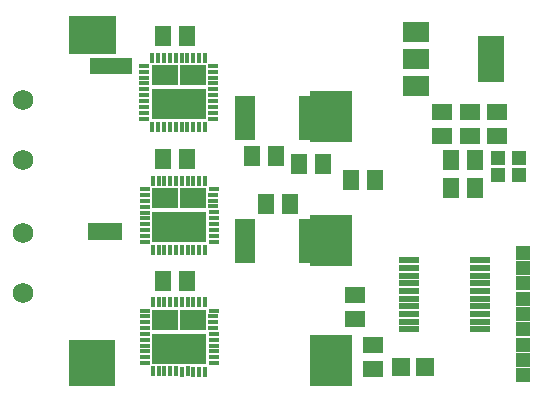
<source format=gts>
G04 Layer: TopSolderMaskLayer*
G04 EasyEDA v5.9.41, Mon, 04 Feb 2019 09:10:30 GMT*
G04 f7da754788ad4d128d84d1fb51d08027*
G04 Gerber Generator version 0.2*
G04 Scale: 100 percent, Rotated: No, Reflected: No *
G04 Dimensions in millimeters *
G04 leading zeros omitted , absolute positions ,3 integer and 3 decimal *
%FSLAX33Y33*%
%MOMM*%
G90*
G71D02*

%ADD49R,1.803400X3.703320*%
%ADD50R,1.363218X1.673098*%
%ADD51R,0.453212X0.903224*%
%ADD52R,0.903224X0.453212*%
%ADD53R,4.603191X2.603246*%
%ADD54R,2.203196X1.703197*%
%ADD55R,1.673098X1.363218*%
%ADD56R,1.303198X1.203198*%
%ADD57R,1.503680X1.602740*%
%ADD58R,1.203198X1.203198*%
%ADD59R,1.696720X0.603199*%
%ADD60C,1.727200*%
%ADD61R,2.203196X4.003192*%

%LPD*%
G54D49*
G01X14965Y12296D03*
G01X20366Y12296D03*
G01X14965Y22710D03*
G01X20366Y22710D03*
G54D50*
G01X10005Y29651D03*
G01X7973Y29651D03*
G54D51*
G01X7105Y21940D03*
G01X7608Y21944D03*
G01X8105Y21946D03*
G01X8589Y21940D03*
G01X9084Y21943D03*
G01X9572Y21936D03*
G01X10068Y21939D03*
G01X10552Y21932D03*
G01X11065Y21927D03*
G01X11571Y21932D03*
G01X7107Y27804D03*
G01X7610Y27809D03*
G01X8106Y27811D03*
G01X8590Y27805D03*
G01X9085Y27806D03*
G01X9573Y27801D03*
G01X10070Y27804D03*
G01X10553Y27797D03*
G01X11068Y27791D03*
G01X11571Y27797D03*
G54D52*
G01X12255Y26606D03*
G01X12257Y27092D03*
G01X12254Y25623D03*
G01X12255Y26109D03*
G01X12259Y24630D03*
G01X12260Y25116D03*
G01X12258Y23647D03*
G01X12259Y24135D03*
G01X12259Y22646D03*
G01X12260Y23134D03*
G01X6416Y26600D03*
G01X6418Y27086D03*
G01X6415Y25617D03*
G01X6416Y26103D03*
G01X6420Y24624D03*
G01X6421Y25110D03*
G01X6418Y23642D03*
G01X6421Y24127D03*
G01X6422Y22641D03*
G01X6422Y23126D03*
G54D53*
G01X9322Y23884D03*
G54D54*
G01X8135Y26334D03*
G01X10532Y26335D03*
G54D55*
G01X24254Y7701D03*
G01X24254Y5669D03*
G54D50*
G01X10045Y19232D03*
G01X8013Y19232D03*
G54D51*
G01X7123Y11518D03*
G01X7626Y11522D03*
G01X8123Y11525D03*
G01X8607Y11518D03*
G01X9103Y11521D03*
G01X9591Y11515D03*
G01X10086Y11517D03*
G01X10570Y11511D03*
G01X11083Y11506D03*
G01X11589Y11511D03*
G01X7124Y17382D03*
G01X7627Y17387D03*
G01X8124Y17390D03*
G01X8608Y17383D03*
G01X9104Y17385D03*
G01X9591Y17379D03*
G01X10087Y17382D03*
G01X10571Y17376D03*
G01X11086Y17369D03*
G01X11589Y17376D03*
G54D52*
G01X12273Y16184D03*
G01X12276Y16671D03*
G01X12272Y15201D03*
G01X12273Y15688D03*
G01X12277Y14208D03*
G01X12278Y14695D03*
G01X12276Y13225D03*
G01X12278Y13713D03*
G01X12279Y12225D03*
G01X12279Y12712D03*
G01X6434Y16178D03*
G01X6436Y16664D03*
G01X6432Y15195D03*
G01X6435Y15681D03*
G01X6437Y14202D03*
G01X6440Y14688D03*
G01X6436Y13220D03*
G01X6439Y13705D03*
G01X6440Y12219D03*
G01X6440Y12705D03*
G54D53*
G01X9339Y13463D03*
G54D54*
G01X8154Y15913D03*
G01X10550Y15914D03*
G54D50*
G01X10048Y8864D03*
G01X8016Y8864D03*
G54D51*
G01X7123Y1231D03*
G01X7626Y1235D03*
G01X8123Y1238D03*
G01X8607Y1231D03*
G01X9103Y1234D03*
G01X9591Y1228D03*
G01X10086Y1230D03*
G01X10570Y1224D03*
G01X11083Y1219D03*
G01X11589Y1224D03*
G01X7124Y7095D03*
G01X7627Y7100D03*
G01X8124Y7103D03*
G01X8608Y7096D03*
G01X9104Y7098D03*
G01X9591Y7092D03*
G01X10087Y7095D03*
G01X10571Y7089D03*
G01X11086Y7082D03*
G01X11589Y7089D03*
G54D52*
G01X12273Y5897D03*
G01X12276Y6384D03*
G01X12272Y4914D03*
G01X12273Y5401D03*
G01X12277Y3921D03*
G01X12278Y4408D03*
G01X12276Y2938D03*
G01X12278Y3426D03*
G01X12279Y1938D03*
G01X12279Y2425D03*
G01X6434Y5891D03*
G01X6436Y6377D03*
G01X6432Y4908D03*
G01X6435Y5394D03*
G01X6437Y3915D03*
G01X6440Y4401D03*
G01X6436Y2933D03*
G01X6439Y3418D03*
G01X6440Y1932D03*
G01X6440Y2418D03*
G54D53*
G01X9339Y3176D03*
G54D54*
G01X8154Y5626D03*
G01X10550Y5627D03*
G54D50*
G01X34455Y19103D03*
G01X32423Y19103D03*
G01X34455Y16802D03*
G01X32423Y16802D03*
G54D55*
G01X36258Y23200D03*
G01X36258Y21168D03*
G54D56*
G01X38156Y19302D03*
G01X38156Y17903D03*
G01X36352Y19302D03*
G01X36352Y17903D03*
G54D55*
G01X25758Y1400D03*
G01X25758Y3432D03*
G54D57*
G01X28122Y1600D03*
G01X30222Y1600D03*
G54D58*
G01X22237Y22710D03*
G01X22491Y12296D03*
G01X22237Y2009D03*
G01X1458Y29700D03*
G01X1656Y2103D03*
G54D50*
G01X18758Y15400D03*
G01X16726Y15400D03*
G54D59*
G01X34856Y7400D03*
G01X34856Y8049D03*
G01X34856Y8700D03*
G01X34856Y9351D03*
G01X28859Y5450D03*
G01X34856Y5450D03*
G01X34856Y6101D03*
G01X34856Y6751D03*
G01X28854Y10001D03*
G01X28854Y9351D03*
G01X28854Y8700D03*
G01X28854Y8050D03*
G01X28854Y7400D03*
G01X28854Y6751D03*
G01X34856Y10001D03*
G01X28859Y6101D03*
G01X34856Y4800D03*
G01X34856Y10650D03*
G01X28854Y10650D03*
G01X28854Y4800D03*
G54D50*
G01X21557Y18801D03*
G01X19525Y18801D03*
G54D60*
G01X-3844Y12942D03*
G01X-3844Y7862D03*
G01X-3841Y24240D03*
G01X-3841Y19160D03*
G54D50*
G01X17556Y19502D03*
G01X15524Y19502D03*
G54D61*
G01X35755Y27701D03*
G54D54*
G01X29455Y27701D03*
G01X29455Y25401D03*
G01X29455Y30001D03*
G54D55*
G01X33957Y23200D03*
G01X33957Y21168D03*
G01X31657Y23200D03*
G01X31657Y21168D03*
G54D50*
G01X23955Y17401D03*
G01X25987Y17401D03*
G54D58*
G01X38457Y900D03*
G01X38455Y3502D03*
G01X38457Y10000D03*
G01X38457Y7400D03*
G01X38457Y6100D03*
G01X38458Y11300D03*
G01X38455Y4802D03*
G01X38457Y8700D03*
G01X38457Y2200D03*

%LPD*%
G36*
G01X20459Y20678D02*
G01X20459Y24996D01*
G01X24015Y24996D01*
G01X24015Y20678D01*
G01X20459Y20678D01*
G37*

%LPD*%
G36*
G01X393Y358D02*
G01X393Y3787D01*
G01X3956Y3802D01*
G01X3956Y302D01*
G01X393Y358D01*
G37*

%LPD*%
G36*
G01X55Y28102D02*
G01X55Y31302D01*
G01X4055Y31302D01*
G01X4055Y28102D01*
G01X55Y28102D01*
G37*

%LPD*%
G36*
G01X20461Y10135D02*
G01X20461Y13691D01*
G01X20461Y14453D01*
G01X24017Y14453D01*
G01X24017Y10135D01*
G01X20461Y10135D01*
G37*

%LPD*%
G36*
G01X20459Y-22D02*
G01X20459Y3533D01*
G01X20459Y4295D01*
G01X24015Y4295D01*
G01X24015Y-22D01*
G01X20459Y-22D01*
G37*

%LPD*%
G36*
G01X55Y2D02*
G01X55Y3902D01*
G01X3956Y3902D01*
G01X3956Y2D01*
G01X55Y2D01*
G37*

%LPD*%
G36*
G01X1856Y27802D02*
G01X1856Y26402D01*
G01X5355Y26402D01*
G01X5355Y27802D01*
G01X1856Y27802D01*
G37*

%LPD*%
G36*
G01X1655Y13802D02*
G01X1655Y12402D01*
G01X4556Y12402D01*
G01X4556Y13802D01*
G01X1655Y13802D01*
G37*
M00*
M02*

</source>
